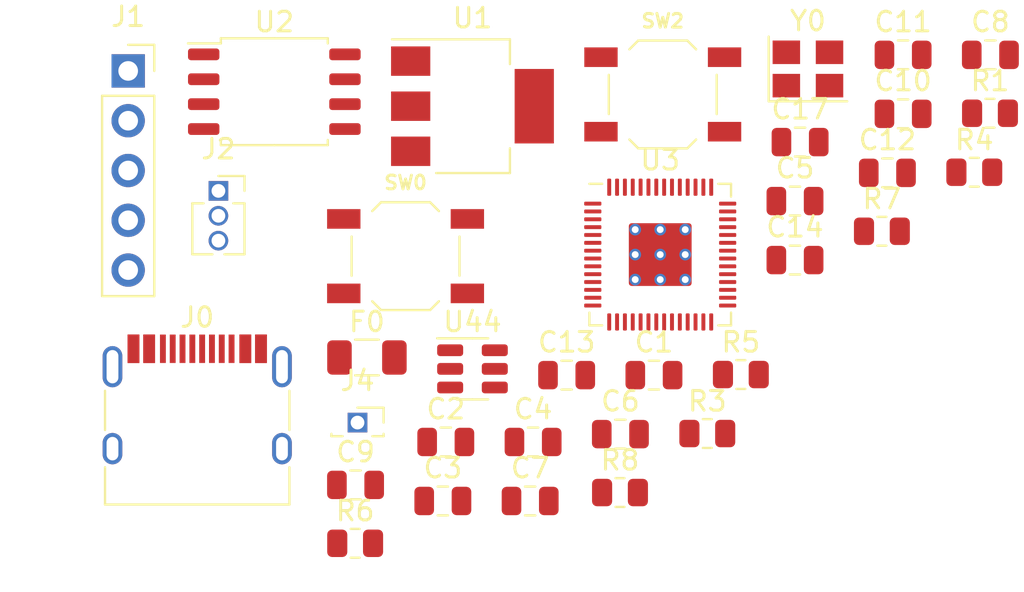
<source format=kicad_pcb>
(kicad_pcb (version 20211014) (generator pcbnew)
  (layers (0 "F.Cu" signal) (31 "B.Cu" signal) (34 "B.Paste" user) (35 "F.Paste" user) (36 "B.SilkS" user "B.Silkscreen") (37 "F.SilkS" user "F.Silkscreen") (38 "B.Mask" user) (39 "F.Mask" user) (44 "Edge.Cuts" user))
  (net 0 "")
  (net 1 "+5V")
  (net 2 "GND")
  (net 3 "/XIN")
  (net 4 "Net-(C3-Pad1)")
  (net 5 "+3V3")
  (net 6 "+1V1")
  (net 7 "VBUS")
  (net 8 "/USB_D+")
  (net 9 "Net-(J0-PadB5)")
  (net 11 "/USB_D-")
  (net 12 "Net-(J0-PadA5)")
  (net 14 "/RUN")
  (net 15 "/SWD")
  (net 16 "/SWCLK")
  (net 17 "LED_GLOW")
  (net 18 "/QSPI_SS")
  (net 19 "/~{USB_BOOT}")
  (net 20 "Net-(R3-Pad2)")
  (net 21 "Net-(R4-Pad2)")
  (net 22 "/XOUT")
  (net 23 "/QSPI_SD1")
  (net 24 "/QSPI_SD2")
  (net 25 "/QSPI_SD0")
  (net 26 "/QSPI_SCLK")
  (net 27 "/QSPI_SD3")
  (net 28 "rot_2_l")
  (net 29 "rot_2_r")
  (net 30 "rot_1_l")
  (net 31 "rot_1_r")
  (net 32 "ROW1")
  (net 33 "ROW0")
  (net 34 "ROW2")
  (net 36 "ROW3")
  (net 37 "COL14")
  (net 38 "COL13")
  (net 39 "COL12")
  (net 40 "ROW4")
  (net 41 "COL11")
  (net 42 "COL10")
  (net 43 "COL9")
  (net 44 "COL8")
  (net 45 "COL7")
  (net 46 "COL6")
  (net 47 "COL5")
  (net 48 "COL4")
  (net 49 "COL3")
  (net 50 "COL2")
  (net 51 "COL1")
  (net 52 "COL0")
  (net 53 "/GPIO26_ADC0")
  (net 54 "/GPIO27_ADC1")
  (net 55 "/GPIO28_ADC2")
  (net 56 "/GPIO29_ADC3")
  (footprint "Resistor_SMD:R_0805_2012Metric" (layer "F.Cu") (at 31.05 46.14)
    (fp_text reference "R6" (at 0 -1.65) (layer "F.SilkS"))
    (fp_text value "5.1k")
    (fp_line (start -0.227064 0.735) (end 0.227064 0.735) (layer "F.SilkS") (width 0.12))
    (fp_line (start -0.227064 -0.735) (end 0.227064 -0.735) (layer "F.SilkS") (width 0.12))
    (pad "1" smd roundrect locked (at -0.9125 0) (size 1.025 1.4) (layers "F.Cu" "F.Paste" "F.Mask") (roundrect_rratio 0.243902) (net 9 "Net-(J0-PadB5)"))
    (pad "2" smd roundrect locked (at 0.9125 0) (size 1.025 1.4) (layers "F.Cu" "F.Paste" "F.Mask") (roundrect_rratio 0.243902) (net 2 "GND"))
  )
  (footprint "Resistor_SMD:R_0805_2012Metric" (layer "F.Cu") (at 57.9 30.22)
    (fp_text reference "R7" (at 0 -1.65) (layer "F.SilkS"))
    (fp_text value "5.1k")
    (fp_line (start -0.227064 -0.735) (end 0.227064 -0.735) (layer "F.SilkS") (width 0.12))
    (fp_line (start -0.227064 0.735) (end 0.227064 0.735) (layer "F.SilkS") (width 0.12))
    (pad "1" smd roundrect locked (at -0.9125 0) (size 1.025 1.4) (layers "F.Cu" "F.Paste" "F.Mask") (roundrect_rratio 0.243902) (net 12 "Net-(J0-PadA5)"))
    (pad "2" smd roundrect locked (at 0.9125 0) (size 1.025 1.4) (layers "F.Cu" "F.Paste" "F.Mask") (roundrect_rratio 0.243902) (net 2 "GND"))
  )
  (footprint "Connector_USB:USB_C_Receptacle_HRO_TYPE-C-31-M-12" (layer "F.Cu") (at 23 40.26)
    (fp_text reference "J0" (at 0 -5.645) (layer "F.SilkS"))
    (fp_text value "USB_C_Receptacle_USB2.0")
    (fp_line (start 4.7 2) (end 4.7 3.9) (layer "F.SilkS") (width 0.12))
    (fp_line (start 4.7 -1.9) (end 4.7 0.1) (layer "F.SilkS") (width 0.12))
    (fp_line (start -4.7 3.9) (end 4.7 3.9) (layer "F.SilkS") (width 0.12))
    (fp_line (start -4.7 -1.9) (end -4.7 0.1) (layer "F.SilkS") (width 0.12))
    (fp_line (start -4.7 2) (end -4.7 3.9) (layer "F.SilkS") (width 0.12))
    (pad "" np_thru_hole circle locked (at 2.89 -2.6) (size 0.65 0.65) (drill 0.65) (layers *.Cu *.Mask))
    (pad "" np_thru_hole circle locked (at -2.89 -2.6) (size 0.65 0.65) (drill 0.65) (layers *.Cu *.Mask))
    (pad "A1" smd rect locked (at -3.25 -4.045) (size 0.6 1.45) (layers "F.Cu" "F.Paste" "F.Mask") (net 2 "GND"))
    (pad "A4" smd rect locked (at -2.45 -4.045) (size 0.6 1.45) (layers "F.Cu" "F.Paste" "F.Mask") (net 7 "VBUS"))
    (pad "A5" smd rect locked (at -1.25 -4.045) (size 0.3 1.45) (layers "F.Cu" "F.Paste" "F.Mask") (net 12 "Net-(J0-PadA5)"))
    (pad "A6" smd rect locked (at -0.25 -4.045) (size 0.3 1.45) (layers "F.Cu" "F.Paste" "F.Mask") (net 8 "/USB_D+"))
    (pad "A7" smd rect locked (at 0.25 -4.045) (size 0.3 1.45) (layers "F.Cu" "F.Paste" "F.Mask") (net 11 "/USB_D-"))
    (pad "A8" smd rect locked (at 1.25 -4.045) (size 0.3 1.45) (layers "F.Cu" "F.Paste" "F.Mask"))
    (pad "A9" smd rect locked (at 2.45 -4.045) (size 0.6 1.45) (layers "F.Cu" "F.Paste" "F.Mask") (net 7 "VBUS"))
    (pad "A12" smd rect locked (at 3.25 -4.045) (size 0.6 1.45) (layers "F.Cu" "F.Paste" "F.Mask") (net 2 "GND"))
    (pad "B1" smd rect locked (at 3.25 -4.045) (size 0.6 1.45) (layers "F.Cu" "F.Paste" "F.Mask") (net 2 "GND"))
    (pad "B4" smd rect locked (at 2.45 -4.045) (size 0.6 1.45) (layers "F.Cu" "F.Paste" "F.Mask") (net 7 "VBUS"))
    (pad "B5" smd rect locked (at 1.75 -4.045) (size 0.3 1.45) (layers "F.Cu" "F.Paste" "F.Mask") (net 9 "Net-(J0-PadB5)"))
    (pad "B6" smd rect locked (at 0.75 -4.045) (size 0.3 1.45) (layers "F.Cu" "F.Paste" "F.Mask") (net 8 "/USB_D+"))
    (pad "B7" smd rect locked (at -0.75 -4.045) (size 0.3 1.45) (layers "F.Cu" "F.Paste" "F.Mask") (net 11 "/USB_D-"))
    (pad "B8" smd rect locked (at -1.75 -4.045) (size 0.3 1.45) (layers "F.Cu" "F.Paste" "F.Mask"))
    (pad "B9" smd rect locked (at -2.45 -4.045) (size 0.6 1.45) (layers "F.Cu" "F.Paste" "F.Mask") (net 7 "VBUS"))
    (pad "B12" smd rect locked (at -3.25 -4.045) (size 0.6 1.45) (layers "F.Cu" "F.Paste" "F.Mask") (net 2 "GND"))
    (pad "S1" thru_hole oval locked (at -4.32 1.05) (size 1 1.6) (drill oval 0.6 1.2) (layers *.Cu *.Mask) (net 2 "GND"))
    (pad "S1" thru_hole oval locked (at -4.32 -3.13) (size 1 2.1) (drill oval 0.6 1.7) (layers *.Cu *.Mask) (net 2 "GND"))
    (pad "S1" thru_hole oval locked (at 4.32 1.05) (size 1 1.6) (drill oval 0.6 1.2) (layers *.Cu *.Mask) (net 2 "GND"))
    (pad "S1" thru_hole oval locked (at 4.32 -3.13) (size 1 2.1) (drill oval 0.6 1.7) (layers *.Cu *.Mask) (net 2 "GND"))
  )
  (footprint "Package_TO_SOT_SMD:SOT-223-3_TabPin2" (layer "F.Cu") (at 37.03 23.84)
    (fp_text reference "U1" (at 0 -4.5) (layer "F.SilkS"))
    (fp_text value "NCP1117-3.3_SOT223")
    (fp_line (start -1.85 3.41) (end 1.91 3.41) (layer "F.SilkS") (width 0.12))
    (fp_line (start -4.1 -3.41) (end 1.91 -3.41) (layer "F.SilkS") (width 0.12))
    (fp_line (start 1.91 -3.41) (end 1.91 -2.15) (layer "F.SilkS") (width 0.12))
    (fp_line (start 1.91 3.41) (end 1.91 2.15) (layer "F.SilkS") (width 0.12))
    (pad "1" smd rect locked (at -3.15 -2.3) (size 2 1.5) (layers "F.Cu" "F.Paste" "F.Mask") (net 2 "GND"))
    (pad "2" smd rect locked (at 3.15 0) (size 2 3.8) (layers "F.Cu" "F.Paste" "F.Mask") (net 5 "+3V3"))
    (pad "2" smd rect locked (at -3.15 0) (size 2 1.5) (layers "F.Cu" "F.Paste" "F.Mask") (net 5 "+3V3"))
    (pad "3" smd rect locked (at -3.15 2.3) (size 2 1.5) (layers "F.Cu" "F.Paste" "F.Mask") (net 1 "+5V"))
  )
  (footprint "Capacitor_SMD:C_0805_2012Metric" (layer "F.Cu") (at 40.12 40.97)
    (fp_text reference "C4" (at 0 -1.68) (layer "F.SilkS"))
    (fp_text value "10u")
    (fp_line (start -0.261252 0.735) (end 0.261252 0.735) (layer "F.SilkS") (width 0.12))
    (fp_line (start -0.261252 -0.735) (end 0.261252 -0.735) (layer "F.SilkS") (width 0.12))
    (pad "1" smd roundrect locked (at -0.95 0) (size 1 1.45) (layers "F.Cu" "F.Paste" "F.Mask") (net 5 "+3V3"))
    (pad "2" smd roundrect locked (at 0.95 0) (size 1 1.45) (layers "F.Cu" "F.Paste" "F.Mask") (net 2 "GND"))
  )
  (footprint "Crystal:Crystal_SMD_3225-4Pin_3.2x2.5mm" (layer "F.Cu") (at 54.13 21.94)
    (fp_text reference "Y0" (at 0 -2.45) (layer "F.SilkS"))
    (fp_text value "12MHZ Crystal ")
    (fp_line (start -2 1.65) (end 2 1.65) (layer "F.SilkS") (width 0.12))
    (fp_line (start -2 -1.65) (end -2 1.65) (layer "F.SilkS") (width 0.12))
    (pad "1" smd rect locked (at -1.1 0.85) (size 1.4 1.2) (layers "F.Cu" "F.Paste" "F.Mask") (net 4 "Net-(C3-Pad1)"))
    (pad "2" smd rect locked (at 1.1 0.85) (size 1.4 1.2) (layers "F.Cu" "F.Paste" "F.Mask") (net 2 "GND"))
    (pad "3" smd rect locked (at 1.1 -0.85) (size 1.4 1.2) (layers "F.Cu" "F.Paste" "F.Mask") (net 3 "/XIN"))
    (pad "4" smd rect locked (at -1.1 -0.85) (size 1.4 1.2) (layers "F.Cu" "F.Paste" "F.Mask") (net 2 "GND"))
  )
  (footprint "Capacitor_SMD:C_0805_2012Metric" (layer "F.Cu") (at 46.28 37.56)
    (fp_text reference "C1" (at 0 -1.68) (layer "F.SilkS"))
    (fp_text value "10u")
    (fp_line (start -0.261252 -0.735) (end 0.261252 -0.735) (layer "F.SilkS") (width 0.12))
    (fp_line (start -0.261252 0.735) (end 0.261252 0.735) (layer "F.SilkS") (width 0.12))
    (pad "1" smd roundrect locked (at -0.95 0) (size 1 1.45) (layers "F.Cu" "F.Paste" "F.Mask") (net 1 "+5V"))
    (pad "2" smd roundrect locked (at 0.95 0) (size 1 1.45) (layers "F.Cu" "F.Paste" "F.Mask") (net 2 "GND"))
  )
  (footprint "Capacitor_SMD:C_0805_2012Metric" (layer "F.Cu") (at 44.57 40.57)
    (fp_text reference "C6" (at 0 -1.68) (layer "F.SilkS"))
    (fp_text value "100n")
    (fp_line (start -0.261252 -0.735) (end 0.261252 -0.735) (layer "F.SilkS") (width 0.12))
    (fp_line (start -0.261252 0.735) (end 0.261252 0.735) (layer "F.SilkS") (width 0.12))
    (pad "1" smd roundrect locked (at -0.95 0) (size 1 1.45) (layers "F.Cu" "F.Paste" "F.Mask") (net 6 "+1V1"))
    (pad "2" smd roundrect locked (at 0.95 0) (size 1 1.45) (layers "F.Cu" "F.Paste" "F.Mask") (net 2 "GND"))
  )
  (footprint "Capacitor_SMD:C_0805_2012Metric" (layer "F.Cu") (at 58.18 27.24)
    (fp_text reference "C12" (at 0 -1.68) (layer "F.SilkS"))
    (fp_text value "100n")
    (fp_line (start -0.261252 -0.735) (end 0.261252 -0.735) (layer "F.SilkS") (width 0.12))
    (fp_line (start -0.261252 0.735) (end 0.261252 0.735) (layer "F.SilkS") (width 0.12))
    (pad "1" smd roundrect locked (at -0.95 0) (size 1 1.45) (layers "F.Cu" "F.Paste" "F.Mask") (net 5 "+3V3"))
    (pad "2" smd roundrect locked (at 0.95 0) (size 1 1.45) (layers "F.Cu" "F.Paste" "F.Mask") (net 2 "GND"))
  )
  (footprint "Keebio-Parts:SW_SPST_TL3342" (layer "F.Cu") (at 46.73 23.24)
    (fp_text reference "SW2" (at 0 -3.75) (layer "F.SilkS") (effects (font (size 0.7 0.7))))
    (fp_text value "RESET")
    (fp_line (start 1.7 2.3) (end 1.25 2.75) (layer "F.SilkS") (width 0.12))
    (fp_line (start 1.7 -2.3) (end 1.25 -2.75) (layer "F.SilkS") (width 0.12))
    (fp_line (start -1.7 -2.3) (end -1.25 -2.75) (layer "F.SilkS") (width 0.12))
    (fp_line (start -2.75 -1) (end -2.75 1) (layer "F.SilkS") (width 0.12))
    (fp_line (start -1.7 2.3) (end -1.25 2.75) (layer "F.SilkS") (width 0.12))
    (fp_line (start -1.25 2.75) (end 1.25 2.75) (layer "F.SilkS") (width 0.12))
    (fp_line (start -1.25 -2.75) (end 1.25 -2.75) (layer "F.SilkS") (width 0.12))
    (fp_line (start 2.75 -1) (end 2.75 1) (layer "F.SilkS") (width 0.12))
    (pad "1" smd rect locked (at -3.15 -1.9) (size 1.7 1) (layers "F.Cu" "F.Paste" "F.Mask") (net 2 "GND"))
    (pad "1" smd rect locked (at 3.15 -1.9) (size 1.7 1) (layers "F.Cu" "F.Paste" "F.Mask") (net 2 "GND"))
    (pad "2" smd rect locked (at -3.15 1.9) (size 1.7 1) (layers "F.Cu" "F.Paste" "F.Mask") (net 14 "/RUN"))
    (pad "2" smd rect locked (at 3.15 1.9) (size 1.7 1) (layers "F.Cu" "F.Paste" "F.Mask") (net 14 "/RUN"))
  )
  (footprint "Resistor_SMD:R_0805_2012Metric" (layer "F.Cu") (at 62.61 27.21)
    (fp_text reference "R4" (at 0 -1.65) (layer "F.SilkS"))
    (fp_text value "27")
    (fp_line (start -0.227064 -0.735) (end 0.227064 -0.735) (layer "F.SilkS") (width 0.12))
    (fp_line (start -0.227064 0.735) (end 0.227064 0.735) (layer "F.SilkS") (width 0.12))
    (pad "1" smd roundrect locked (at -0.9125 0) (size 1.025 1.4) (layers "F.Cu" "F.Paste" "F.Mask") (roundrect_rratio 0.243902) (net 11 "/USB_D-"))
    (pad "2" smd roundrect locked (at 0.9125 0) (size 1.025 1.4) (layers "F.Cu" "F.Paste" "F.Mask") (roundrect_rratio 0.243902) (net 21 "Net-(R4-Pad2)"))
  )
  (footprint "Capacitor_SMD:C_0805_2012Metric" (layer "F.Cu") (at 53.47 28.68)
    (fp_text reference "C5" (at 0 -1.68) (layer "F.SilkS"))
    (fp_text value "100n")
    (fp_line (start -0.261252 0.735) (end 0.261252 0.735) (layer "F.SilkS") (width 0.12))
    (fp_line (start -0.261252 -0.735) (end 0.261252 -0.735) (layer "F.SilkS") (width 0.12))
    (pad "1" smd roundrect locked (at -0.95 0) (size 1 1.45) (layers "F.Cu" "F.Paste" "F.Mask") (net 5 "+3V3"))
    (pad "2" smd roundrect locked (at 0.95 0) (size 1 1.45) (layers "F.Cu" "F.Paste" "F.Mask") (net 2 "GND"))
  )
  (footprint "Resistor_SMD:R_0805_2012Metric" (layer "F.Cu") (at 44.55 43.55)
    (fp_text reference "R8" (at 0 -1.65) (layer "F.SilkS"))
    (fp_text value "10k")
    (fp_line (start -0.227064 0.735) (end 0.227064 0.735) (layer "F.SilkS") (width 0.12))
    (fp_line (start -0.227064 -0.735) (end 0.227064 -0.735) (layer "F.SilkS") (width 0.12))
    (pad "1" smd roundrect locked (at -0.9125 0) (size 1.025 1.4) (layers "F.Cu" "F.Paste" "F.Mask") (roundrect_rratio 0.243902) (net 14 "/RUN"))
    (pad "2" smd roundrect locked (at 0.9125 0) (size 1.025 1.4) (layers "F.Cu" "F.Paste" "F.Mask") (roundrect_rratio 0.243902) (net 5 "+3V3"))
  )
  (footprint "Keebio-Parts:SW_SPST_TL3342" (layer "F.Cu") (at 33.62 31.49)
    (fp_text reference "SW0" (at 0 -3.75) (layer "F.SilkS") (effects (font (size 0.7 0.7))))
    (fp_text value "RESET ")
    (fp_line (start -1.7 2.3) (end -1.25 2.75) (layer "F.SilkS") (width 0.12))
    (fp_line (start -1.25 -2.75) (end 1.25 -2.75) (layer "F.SilkS") (width 0.12))
    (fp_line (start 1.7 -2.3) (end 1.25 -2.75) (layer "F.SilkS") (width 0.12))
    (fp_line (start -1.7 -2.3) (end -1.25 -2.75) (layer "F.SilkS") (width 0.12))
    (fp_line (start 2.75 -1) (end 2.75 1) (layer "F.SilkS") (width 0.12))
    (fp_line (start 1.7 2.3) (end 1.25 2.75) (layer "F.SilkS") (width 0.12))
    (fp_line (start -1.25 2.75) (end 1.25 2.75) (layer "F.SilkS") (width 0.12))
    (fp_line (start -2.75 -1) (end -2.75 1) (layer "F.SilkS") (width 0.12))
    (pad "1" smd rect locked (at 3.15 -1.9) (size 1.7 1) (layers "F.Cu" "F.Paste" "F.Mask") (net 2 "GND"))
    (pad "1" smd rect locked (at -3.15 -1.9) (size 1.7 1) (layers "F.Cu" "F.Paste" "F.Mask") (net 2 "GND"))
    (pad "2" smd rect locked (at 3.15 1.9) (size 1.7 1) (layers "F.Cu" "F.Paste" "F.Mask") (net 19 "/~{USB_BOOT}"))
    (pad "2" smd rect locked (at -3.15 1.9) (size 1.7 1) (layers "F.Cu" "F.Paste" "F.Mask") (net 19 "/~{USB_BOOT}"))
  )
  (footprint "Capacitor_SMD:C_0805_2012Metric" (layer "F.Cu") (at 35.52 43.98)
    (fp_text reference "C3" (at 0 -1.68) (layer "F.SilkS"))
    (fp_text value "22pf")
    (fp_line (start -0.261252 0.735) (end 0.261252 0.735) (layer "F.SilkS") (width 0.12))
    (fp_line (start -0.261252 -0.735) (end 0.261252 -0.735) (layer "F.SilkS") (width 0.12))
    (pad "1" smd roundrect locked (at -0.95 0) (size 1 1.45) (layers "F.Cu" "F.Paste" "F.Mask") (net 4 "Net-(C3-Pad1)"))
    (pad "2" smd roundrect locked (at 0.95 0) (size 1 1.45) (layers "F.Cu" "F.Paste" "F.Mask") (net 2 "GND"))
  )
  (footprint "Capacitor_SMD:C_0805_2012Metric" (layer "F.Cu") (at 53.73 25.67)
    (fp_text reference "C17" (at 0 -1.68) (layer "F.SilkS"))
    (fp_text value "10u")
    (fp_line (start -0.261252 0.735) (end 0.261252 0.735) (layer "F.SilkS") (width 0.12))
    (fp_line (start -0.261252 -0.735) (end 0.261252 -0.735) (layer "F.SilkS") (width 0.12))
    (pad "1" smd roundrect locked (at -0.95 0) (size 1 1.45) (layers "F.Cu" "F.Paste" "F.Mask") (net 5 "+3V3"))
    (pad "2" smd roundrect locked (at 0.95 0) (size 1 1.45) (layers "F.Cu" "F.Paste" "F.Mask") (net 2 "GND"))
  )
  (footprint "Capacitor_SMD:C_0805_2012Metric" (layer "F.Cu") (at 39.97 43.98)
    (fp_text reference "C7" (at 0 -1.68) (layer "F.SilkS"))
    (fp_text value "100n")
    (fp_line (start -0.261252 0.735) (end 0.261252 0.735) (layer "F.SilkS") (width 0.12))
    (fp_line (start -0.261252 -0.735) (end 0.261252 -0.735) (layer "F.SilkS") (width 0.12))
    (pad "1" smd roundrect locked (at -0.95 0) (size 1 1.45) (layers "F.Cu" "F.Paste" "F.Mask") (net 6 "+1V1"))
    (pad "2" smd roundrect locked (at 0.95 0) (size 1 1.45) (layers "F.Cu" "F.Paste" "F.Mask") (net 2 "GND"))
  )
  (footprint "Capacitor_SMD:C_0805_2012Metric" (layer "F.Cu") (at 63.43 21.22)
    (fp_text reference "C8" (at 0 -1.68) (layer "F.SilkS"))
    (fp_text value "1u")
    (fp_line (start -0.261252 -0.735) (end 0.261252 -0.735) (layer "F.SilkS") (width 0.12))
    (fp_line (start -0.261252 0.735) (end 0.261252 0.735) (layer "F.SilkS") (width 0.12))
    (pad "1" smd roundrect locked (at -0.95 0) (size 1 1.45) (layers "F.Cu" "F.Paste" "F.Mask") (net 6 "+1V1"))
    (pad "2" smd roundrect locked (at 0.95 0) (size 1 1.45) (layers "F.Cu" "F.Paste" "F.Mask") (net 2 "GND"))
  )
  (footprint "Capacitor_SMD:C_0805_2012Metric" (layer "F.Cu") (at 41.83 37.56)
    (fp_text reference "C13" (at 0 -1.68) (layer "F.SilkS"))
    (fp_text value "100n")
    (fp_line (start -0.261252 0.735) (end 0.261252 0.735) (layer "F.SilkS") (width 0.12))
    (fp_line (start -0.261252 -0.735) (end 0.261252 -0.735) (layer "F.SilkS") (width 0.12))
    (pad "1" smd roundrect locked (at -0.95 0) (size 1 1.45) (layers "F.Cu" "F.Paste" "F.Mask") (net 5 "+3V3"))
    (pad "2" smd roundrect locked (at 0.95 0) (size 1 1.45) (layers "F.Cu" "F.Paste" "F.Mask") (net 2 "GND"))
  )
  (footprint "Resistor_SMD:R_0805_2012Metric" (layer "F.Cu") (at 49 40.54)
    (fp_text reference "R3" (at 0 -1.65) (layer "F.SilkS"))
    (fp_text value "27")
    (fp_line (start -0.227064 0.735) (end 0.227064 0.735) (layer "F.SilkS") (width 0.12))
    (fp_line (start -0.227064 -0.735) (end 0.227064 -0.735) (layer "F.SilkS") (width 0.12))
    (pad "1" smd roundrect locked (at -0.9125 0) (size 1.025 1.4) (layers "F.Cu" "F.Paste" "F.Mask") (roundrect_rratio 0.243902) (net 8 "/USB_D+"))
    (pad "2" smd roundrect locked (at 0.9125 0) (size 1.025 1.4) (layers "F.Cu" "F.Paste" "F.Mask") (roundrect_rratio 0.243902) (net 20 "Net-(R3-Pad2)"))
  )
  (footprint "Package_SO:SOIC-8_5.23x5.23mm_P1.27mm" (layer "F.Cu") (at 26.93 23.1)
    (fp_text reference "U2" (at 0 -3.56) (layer "F.SilkS"))
    (fp_text value "W25Q128JVS")
    (fp_line (start 0 -2.725) (end -2.725 -2.725) (layer "F.SilkS") (width 0.12))
    (fp_line (start 0 2.725) (end 2.725 2.725) (layer "F.SilkS") (width 0.12))
    (fp_line (start 2.725 2.725) (end 2.725 2.465) (layer "F.SilkS") (width 0.12))
    (fp_line (start 0 -2.725) (end 2.725 -2.725) (layer "F.SilkS") (width 0.12))
    (fp_line (start -2.725 2.725) (end -2.725 2.465) (layer "F.SilkS") (width 0.12))
    (fp_line (start 2.725 -2.725) (end 2.725 -2.465) (layer "F.SilkS") (width 0.12))
    (fp_line (start -2.725 -2.465) (end -4.4 -2.465) (layer "F.SilkS") (width 0.12))
    (fp_line (start -2.725 -2.725) (end -2.725 -2.465) (layer "F.SilkS") (width 0.12))
    (fp_line (start 0 2.725) (end -2.725 2.725) (layer "F.SilkS") (width 0.12))
    (pad "1" smd roundrect locked (at -3.6 -1.905) (size 1.6 0.6) (layers "F.Cu" "F.Paste" "F.Mask") (net 18 "/QSPI_SS"))
    (pad "2" smd roundrect locked (at -3.6 -0.635) (size 1.6 0.6) (layers "F.Cu" "F.Paste" "F.Mask") (net 23 "/QSPI_SD1"))
    (pad "3" smd roundrect locked (at -3.6 0.635) (size 1.6 0.6) (layers "F.Cu" "F.Paste" "F.Mask") (net 24 "/QSPI_SD2"))
    (pad "4" smd roundrect locked (at -3.6 1.905) (size 1.6 0.6) (layers "F.Cu" "F.Paste" "F.Mask") (net 2 "GND"))
    (pad "5" smd roundrect locked (at 3.6 1.905) (size 1.6 0.6) (layers "F.Cu" "F.Paste" "F.Mask") (net 25 "/QSPI_SD0"))
    (pad "6" smd roundrect locked (at 3.6 0.635) (size 1.6 0.6) (layers "F.Cu" "F.Paste" "F.Mask") (net 26 "/QSPI_SCLK"))
    (pad "7" smd roundrect locked (at 3.6 -0.635) (size 1.6 0.6) (layers "F.Cu" "F.Paste" "F.Mask") (net 27 "/QSPI_SD3"))
    (pad "8" smd roundrect locked (at 3.6 -1.905) (size 1.6 0.6) (layers "F.Cu" "F.Paste" "F.Mask") (net 5 "+3V3"))
  )
  (footprint "Package_TO_SOT_SMD:SOT-23-6" (layer "F.Cu") (at 37.03 37.24)
    (fp_text reference "U44" (at 0 -2.4) (layer "F.SilkS"))
    (fp_text value "SRV05-4")
    (fp_line (start 0 -1.56) (end -1.8 -1.56) (layer "F.SilkS") (width 0.12))
    (fp_line (start 0 1.56) (end -0.8 1.56) (layer "F.SilkS") (width 0.12))
    (fp_line (start 0 -1.56) (end 0.8 -1.56) (layer "F.SilkS") (width 0.12))
    (fp_line (start 0 1.56) (end 0.8 1.56) (layer "F.SilkS") (width 0.12))
    (pad "1" smd roundrect locked (at -1.1375 -0.95) (size 1.325 0.6) (layers "F.Cu" "F.Paste" "F.Mask"))
    (pad "2" smd roundrect locked (at -1.1375 0) (size 1.325 0.6) (layers "F.Cu" "F.Paste" "F.Mask") (net 2 "GND"))
    (pad "3" smd roundrect locked (at -1.1375 0.95) (size 1.325 0.6) (layers "F.Cu" "F.Paste" "F.Mask") (net 8 "/USB_D+"))
    (pad "4" smd roundrect locked (at 1.1375 0.95) (size 1.325 0.6) (layers "F.Cu" "F.Paste" "F.Mask"))
    (pad "5" smd roundrect locked (at 1.1375 0) (size 1.325 0.6) (layers "F.Cu" "F.Paste" "F.Mask") (net 1 "+5V"))
    (pad "6" smd roundrect locked (at 1.1375 -0.95) (size 1.325 0.6) (layers "F.Cu" "F.Paste" "F.Mask") (net 11 "/USB_D-"))
  )
  (footprint "Capacitor_SMD:C_0805_2012Metric" (layer "F.Cu") (at 31.07 43.16)
    (fp_text reference "C9" (at 0 -1.68) (layer "F.SilkS"))
    (fp_text value "100n")
    (fp_line (start -0.261252 -0.735) (end 0.261252 -0.735) (layer "F.SilkS") (width 0.12))
    (fp_line (start -0.261252 0.735) (end 0.261252 0.735) (layer "F.SilkS") (width 0.12))
    (pad "1" smd roundrect locked (at -0.95 0) (size 1 1.45) (layers "F.Cu" "F.Paste" "F.Mask") (net 5 "+3V3"))
    (pad "2" smd roundrect locked (at 0.95 0) (size 1 1.45) (layers "F.Cu" "F.Paste" "F.Mask") (net 2 "GND"))
  )
  (footprint "Resistor_SMD:R_0805_2012Metric" (layer "F.Cu") (at 63.41 24.2)
    (fp_text reference "R1" (at 0 -1.65) (layer "F.SilkS"))
    (fp_text value "1k")
    (fp_line (start -0.227064 0.735) (end 0.227064 0.735) (layer "F.SilkS") (width 0.12))
    (fp_line (start -0.227064 -0.735) (end 0.227064 -0.735) (layer "F.SilkS") (width 0.12))
    (pad "1" smd roundrect locked (at -0.9125 0) (size 1.025 1.4) (layers "F.Cu" "F.Paste" "F.Mask") (roundrect_rratio 0.243902) (net 18 "/QSPI_SS"))
    (pad "2" smd roundrect locked (at 0.9125 0) (size 1.025 1.4) (layers "F.Cu" "F.Paste" "F.Mask") (roundrect_rratio 0.243902) (net 19 "/~{USB_BOOT}"))
  )
  (footprint "RP2040:RP2040-QFN-56" (layer "F.Cu") (at 46.6 31.41)
    (fp_text reference "U3" (at 0 -4.82) (layer "F.SilkS"))
    (fp_text value "RP2040")
    (fp_line (start -2.96 3.61) (end -3.61 3.61) (layer "F.SilkS") (width 0.12))
    (fp_line (start 3.61 3.61) (end 3.61 2.96) (layer "F.SilkS") (width 0.12))
    (fp_line (start -2.96 -3.61) (end -3.61 -3.61) (layer "F.SilkS") (width 0.12))
    (fp_line (start 2.96 -3.61) (end 3.61 -3.61) (layer "F.SilkS") (width 0.12))
    (fp_line (start 2.96 3.61) (end 3.61 3.61) (layer "F.SilkS") (width 0.12))
    (fp_line (start 3.61 -3.61) (end 3.61 -2.96) (layer "F.SilkS") (width 0.12))
    (fp_line (start -3.61 3.61) (end -3.61 2.96) (layer "F.SilkS") (width 0.12))
    (pad "1" smd roundrect locked (at -3.4375 -2.6) (size 0.875 0.2) (layers "F.Cu" "F.Paste" "F.Mask") (net 5 "+3V3"))
    (pad "2" smd roundrect locked (at -3.4375 -2.2) (size 0.875 0.2) (layers "F.Cu" "F.Paste" "F.Mask") (net 28 "rot_2_l"))
    (pad "3" smd roundrect locked (at -3.4375 -1.8) (size 0.875 0.2) (layers "F.Cu" "F.Paste" "F.Mask") (net 29 "rot_2_r"))
    (pad "4" smd roundrect locked (at -3.4375 -1.4) (size 0.875 0.2) (layers "F.Cu" "F.Paste" "F.Mask") (net 30 "rot_1_l"))
    (pad "5" smd roundrect locked (at -3.4375 -1) (size 0.875 0.2) (layers "F.Cu" "F.Paste" "F.Mask") (net 31 "rot_1_r"))
    (pad "6" smd roundrect locked (at -3.4375 -0.6) (size 0.875 0.2) (layers "F.Cu" "F.Paste" "F.Mask") (net 32 "ROW1"))
    (pad "7" smd roundrect locked (at -3.4375 -0.2) (size 0.875 0.2) (layers "F.Cu" "F.Paste" "F.Mask") (net 33 "ROW0"))
    (pad "8" smd roundrect locked (at -3.4375 0.2) (size 0.875 0.2) (layers "F.Cu" "F.Paste" "F.Mask") (net 17 "LED_GLOW"))
    (pad "9" smd roundrect locked (at -3.4375 0.6) (size 0.875 0.2) (layers "F.Cu" "F.Paste" "F.Mask") (net 34 "ROW2"))
    (pad "10" smd roundrect locked (at -3.4375 1) (size 0.875 0.2) (layers "F.Cu" "F.Paste" "F.Mask") (net 5 "+3V3"))
    (pad "11" smd roundrect locked (at -3.4375 1.4) (size 0.875 0.2) (layers "F.Cu" "F.Paste" "F.Mask"))
    (pad "12" smd roundrect locked (at -3.4375 1.8) (size 0.875 0.2) (layers "F.Cu" "F.Paste" "F.Mask") (net 36 "ROW3"))
    (pad "13" smd roundrect locked (at -3.4375 2.2) (size 0.875 0.2) (layers "F.Cu" "F.Paste" "F.Mask") (net 37 "COL14"))
    (pad "14" smd roundrect locked (at -3.4375 2.6) (size 0.875 0.2) (layers "F.Cu" "F.Paste" "F.Mask") (net 38 "COL13"))
    (pad "15" smd roundrect locked (at -2.6 3.4375) (size 0.2 0.875) (layers "F.Cu" "F.Paste" "F.Mask") (net 39 "COL12"))
    (pad "16" smd roundrect locked (at -2.2 3.4375) (size 0.2 0.875) (layers "F.Cu" "F.Paste" "F.Mask") (net 40 "ROW4"))
    (pad "17" smd roundrect locked (at -1.8 3.4375) (size 0.2 0.875) (layers "F.Cu" "F.Paste" "F.Mask") (net 41 "COL11"))
    (pad "18" smd roundrect locked (at -1.4 3.4375) (size 0.2 0.875) (layers "F.Cu" "F.Paste" "F.Mask") (net 42 "COL10"))
    (pad "19" smd roundrect locked (at -1 3.4375) (size 0.2 0.875) (layers "F.Cu" "F.Paste" "F.Mask") (net 2 "GND"))
    (pad "20" smd roundrect locked (at -0.6 3.4375) (size 0.2 0.875) (layers "F.Cu" "F.Paste" "F.Mask") (net 3 "/XIN"))
    (pad "21" smd roundrect locked (at -0.2 3.4375) (size 0.2 0.875) (layers "F.Cu" "F.Paste" "F.Mask") (net 22 "/XOUT"))
    (pad "22" smd roundrect locked (at 0.2 3.4375) (size 0.2 0.875) (layers "F.Cu" "F.Paste" "F.Mask") (net 5 "+3V3"))
    (pad "23" smd roundrect locked (at 0.6 3.4375) (size 0.2 0.875) (layers "F.Cu" "F.Paste" "F.Mask") (net 6 "+1V1"))
    (pad "24" smd roundrect locked (at 1 3.4375) (size 0.2 0.875) (layers "F.Cu" "F.Paste" "F.Mask") (net 16 "/SWCLK"))
    (pad "25" smd roundrect locked (at 1.4 3.4375) (size 0.2 0.875) (layers "F.Cu" "F.Paste" "F.Mask") (net 15 "/SWD"))
    (pad "26" smd roundrect locked (at 1.8 3.4375) (size 0.2 0.875) (layers "F.Cu" "F.Paste" "F.Mask") (net 14 "/RUN"))
    (pad "27" smd roundrect locked (at 2.2 3.4375) (size 0.2 0.875) (layers "F.Cu" "F.Paste" "F.Mask") (net 43 "COL9"))
    (pad "28" smd roundrect locked (at 2.6 3.4375) (size 0.2 0.875) (layers "F.Cu" "F.Paste" "F.Mask") (net 44 "COL8"))
    (pad "29" smd roundrect locked (at 3.4375 2.6) (size 0.875 0.2) (layers "F.Cu" "F.Paste" "F.Mask") (net 45 "COL7"))
    (pad "30" smd roundrect locked (at 3.4375 2.2) (size 0.875 0.2) (layers "F.Cu" "F.Paste" "F.Mask") (net 46 "COL6"))
    (pad "31" smd roundrect locked (at 3.4375 1.8) (size 0.875 0.2) (layers "F.Cu" "F.Paste" "F.Mask") (net 47 "COL5"))
    (pad "32" smd roundrect locked (at 3.4375 1.4) (size 0.875 0.2) (layers "F.Cu" "F.Paste" "F.Mask") (net 48 "COL4"))
    (pad "33" smd roundrect locked (at 3.4375 1) (size 0.875 0.2) (layers "F.Cu" "F.Paste" "F.Mask") (net 5 "+3V3"))
    (pad "34" smd roundrect locked (at 3.4375 0.6) (size 0.875 0.2) (layers "F.Cu" "F.Paste" "F.Mask") (net 49 "COL3"))
    (pad "35" smd roundrect locked (at 3.4375 0.2) (size 0.875 0.2) (layers "F.Cu" "F.Paste" "F.Mask") (net 50 "COL2"))
    (pad "36" smd roundrect locked (at 3.4375 -0.2) (size 0.875 0.2) (layers "F.Cu" "F.Paste" "F.Mask") (net 51 "COL1"))
    (pad "37" smd roundrect locked (at 3.4375 -0.6) (size 0.875 0.2) (layers "F.Cu" "F.Paste" "F.Mask") (net 52 "COL0"))
    (pad "38" smd roundrect locked (at 3.4375 -1) (size 0.875 0.2) (layers "F.Cu" "F.Paste" "F.Mask") (net 53 "/GPIO26_ADC0"))
    (pad "39" smd roundrect locked (at 3.4375 -1.4) (size 0.875 0.2) (layers "F.Cu" "F.Paste" "F.Mask") (net 54 "/GPIO27_ADC1"))
    (pad "40" smd roundrect locked (at 3.4375 -1.8) (size 0.875 0.2) (layers "F.Cu" "F.Paste" "F.Mask") (net 55 "/GPIO28_ADC2"))
    (pad "41" smd roundrect locked (at 3.4375 -2.2) (size 0.875 0.2) (layers "F.Cu" "F.Paste" "F.Mask") (net 56 "/GPIO29_ADC3"))
    (pad "42" smd roundrect locked (at 3.4375 -2.6) (size 0.875 0.2) (layers "F.Cu" "F.Paste" "F.Mask") (net 5 "+3V3"))
    (pad "43" smd roundrect locked (at 2.6 -3.4375) (size 0.2 0.875) (layers "F.Cu" "F.Paste" "F.Mask") (net 5 "+3V3"))
    (pad "44" smd roundrect locked (at 2.2 -3.4375) (size 0.2 0.875) (layers "F.Cu" "F.Paste" "F.Mask") (net 5 "+3V3"))
    (pad "45" smd roundrect locked (at 1.8 -3.4375) (size 0.2 0.875) (layers "F.Cu" "F.Paste" "F.Mask") (net 6 "+1V1"))
    (pad "46" smd roundrect locked (at 1.4 -3.4375) (size 0.2 0.875) (layers "F.Cu" "F.Paste" "F.Mask") (net 21 "Net-(R4-Pad2)"))
    (pad "47" smd roundrect locked (at 1 -3.4375) (size 0.2 0.875) (layers "F.Cu" "F.Paste" "F.Mask") (net 20 "Net-(R3-Pad2)"))
    (pad "48" smd roundrect locked (at 0.6 -3.4375) (size 0.2 0.875) (layers "F.Cu" "F.Paste" "F.Mask") (net 5 "+3V3"))
    (pad "49" smd roundrect locked (at 0.2 -3.4375) (size 0.2 0.875) (layers "F.Cu" "F.Paste" "F.Mask") (net 5 "+3V3"))
    (pad "50" smd roundrect locked (at -0.2 -3.4375) (size 0.2 0.875) (layers "F.Cu" "F.Paste" "F.Mask") (net 6 "+1V1"))
    (pad "51" smd roundrect locked (at -0.6 -3.4375) (size 0.2 0.875) (layers "F.Cu" "F.Paste" "F.Mask") (net 27 "/QSPI_SD3"))
    (pad "52" smd roundrect locked (at -1 -3.4375) (size 0.2 0.875) (layers "F.Cu" "F.Paste" "F.Mask") (net 26 "/QSPI_SCLK"))
    (pad "53" smd roundrect locked (at -1.4 -3.4375) (size 0.2 0.875) (layers "F.Cu" "F.Paste" "F.Mask") (net 25 "/QSPI_SD0"))
    (pad "54" smd roundrect locked (at -1.8 -3.4375) (size 0.2 0.875) (layers "F.Cu" "F.Paste" "F.Mask") (net 24 "/QSPI_SD2"))
    (pad "55" smd roundrect locked (at -2.2 -3.4375) (size 0.2 0.875) (layers "F.Cu" "F.Paste" "F.Mask") (net 23 "/QSPI_SD1"))
    (pad "56" smd roundrect locked (at -2.6 -3.4375) (size 0.2 0.875) (layers "F.Cu" "F.Paste" "F.Mask") (net 18 "/QSPI_SS"))
    (pad "57" thru_hole circle locked (at 1.275 -1.275) (size 0.6 0.6) (drill 0.35) (layers *.Cu) (net 2 "GND"))
    (pad "57" smd roundrect locked (at 0 0) (size 3.2 3.2) (layers "F.Cu" "F.Mask") (roundrect_rratio 0.045) (net 2 "GND"))
    (pad "57" thru_hole circle locked (at 1.275 1.275) (size 0.6 0.6) (drill 0.35) (layers *.Cu) (net 2 "GND"))
    (pad "57" thru_hole circle locked (at -1.275 0) (size 0.6 0.6) (drill 0.35) (layers *.Cu) (net 2 "GND"))
    (pad "57" thru_hole circle locked (at 0 0) (size 0.6 0.6) (drill 0.35) (layers *.Cu) (net 2 "GND"))
    (pad "57" thru_hole circle locked (at 0 -1.275) (size 0.6 0.6) (drill 0.35) (layers *.Cu) (net 2 "GND"))
    (pad "57" thru_hole circle locked (at -1.275 -1.275) (size 0.6 0.6) (drill 0.35) (layers *.Cu) (net 2 "GND"))
    (pad "57" thru_hole circle locked (at -1.275 1.275) (size 0.6 0.6) (drill 0.35) (layers *.Cu) (net 2 "GND"))
    (pad "57" thru_hole circle locked (at 1.275 0) (size 0.6 0.6) (drill 0.35) (layers *.Cu) (net 2 "GND"))
    (pad "57" thru_hole circle locked (at 0 1.275) (size 0.6 0.6) (drill 0.35) (layers *.Cu) (net 2 "GND"))
  )
  (footprint "Fuse:Fuse_1206_3216Metric" (layer "F.Cu") (at 31.65 36.66)
    (fp_text reference "F0" (at 0 -1.82) (layer "F.SilkS"))
    (fp_text value "polyfuse")
    (fp_line (start -0.602064 0.91) (end 0.602064 0.91) (layer "F.SilkS") (width 0.12))
    (fp_line (start -0.602064 -0.91) (end 0.602064 -0.91) (layer "F.SilkS") (width 0.12))
    (pad "1" smd roundrect locked (at -1.4 0) (size 1.25 1.75) (layers "F.Cu" "F.Paste" "F.Mask") (roundrect_rratio 0.2) (net 7 "VBUS"))
    (pad "2" smd roundrect locked (at 1.4 0) (size 1.25 1.75) (layers "F.Cu" "F.Paste" "F.Mask") (roundrect_rratio 0.2) (net 1 "+5V"))
  )
  (footprint "Capacitor_SMD:C_0805_2012Metric" (layer "F.Cu") (at 53.47 31.69)
    (fp_text reference "C14" (at 0 -1.68) (layer "F.SilkS"))
    (fp_text value "100n")
    (fp_line (start -0.261252 -0.735) (end 0.261252 -0.735) (layer "F.SilkS") (width 0.12))
    (fp_line (start -0.261252 0.735) (end 0.261252 0.735) (layer "F.SilkS") (width 0.12))
    (pad "1" smd roundrect locked (at -0.95 0) (size 1 1.45) (layers "F.Cu" "F.Paste" "F.Mask") (net 5 "+3V3"))
    (pad "2" smd roundrect locked (at 0.95 0) (size 1 1.45) (layers "F.Cu" "F.Paste" "F.Mask") (net 2 "GND"))
  )
  (footprint "Capacitor_SMD:C_0805_2012Metric" (layer "F.Cu") (at 35.67 40.97)
    (fp_text reference "C2" (at 0 -1.68) (layer "F.SilkS"))
    (fp_text value "22pf")
    (fp_line (start -0.261252 -0.735) (end 0.261252 -0.735) (layer "F.SilkS") (width 0.12))
    (fp_line (start -0.261252 0.735) (end 0.261252 0.735) (layer "F.SilkS") (width 0.12))
    (pad "1" smd roundrect locked (at -0.95 0) (size 1 1.45) (layers "F.Cu" "F.Paste" "F.Mask") (net 3 "/XIN"))
    (pad "2" smd roundrect locked (at 0.95 0) (size 1 1.45) (layers "F.Cu" "F.Paste" "F.Mask") (net 2 "GND"))
  )
  (footprint "Connector_PinSocket_1.27mm:PinSocket_1x03_P1.27mm_Vertical" (layer "F.Cu") (at 24.08 28.16)
    (fp_text reference "J2" (at 0 -2.135) (layer "F.SilkS"))
    (fp_text value "Conn_01x03_Male")
    (fp_line (start 1.33 0.635) (end 1.33 3.235) (layer "F.SilkS") (width 0.12))
    (fp_line (start -1.33 0.635) (end -0.76 0.635) (layer "F.SilkS") (width 0.12))
    (fp_line (start 0.76 0.635) (end 1.33 0.635) (layer "F.SilkS") (width 0.12))
    (fp_line (start 0.30753 3.235) (end 1.33 3.235) (layer "F.SilkS") (width 0.12))
    (fp_line (start 1.33 -0.76) (end 1.33 0) (layer "F.SilkS") (width 0.12))
    (fp_line (start -1.33 0.635) (end -1.33 3.235) (layer "F.SilkS") (width 0.12))
    (fp_line (start 0 -0.76) (end 1.33 -0.76) (layer "F.SilkS") (width 0.12))
    (fp_line (start -1.33 3.235) (end -0.30753 3.235) (layer "F.SilkS") (width 0.12))
    (pad "1" thru_hole rect locked (at 0 0) (size 1 1) (drill 0.7) (layers *.Cu *.Mask) (net 1 "+5V"))
    (pad "2" thru_hole oval locked (at 0 1.27) (size 1 1) (drill 0.7) (layers *.Cu *.Mask) (net 2 "GND"))
    (pad "3" thru_hole oval locked (at 0 2.54) (size 1 1) (drill 0.7) (layers *.Cu *.Mask) (net 17 "LED_GLOW"))
  )
  (footprint "Resistor_SMD:R_0805_2012Metric" (layer "F.Cu") (at 50.71 37.53)
    (fp_text reference "R5" (at 0 -1.65) (layer "F.SilkS"))
    (fp_text value "1k")
    (fp_line (start -0.227064 0.735) (end 0.227064 0.735) (layer "F.SilkS") (width 0.12))
    (fp_line (start -0.227064 -0.735) (end 0.227064 -0.735) (layer "F.SilkS") (width 0.12))
    (pad "1" smd roundrect locked (at -0.9125 0) (size 1.025 1.4) (layers "F.Cu" "F.Paste" "F.Mask") (roundrect_rratio 0.243902) (net 22 "/XOUT"))
    (pad "2" smd roundrect locked (at 0.9125 0) (size 1.025 1.4) (layers "F.Cu" "F.Paste" "F.Mask") (roundrect_rratio 0.243902) (net 4 "Net-(C3-Pad1)"))
  )
  (footprint "Capacitor_SMD:C_0805_2012Metric" (layer "F.Cu") (at 58.98 24.23)
    (fp_text reference "C10" (at 0 -1.68) (layer "F.SilkS"))
    (fp_text value "1u")
    (fp_line (start -0.261252 -0.735) (end 0.261252 -0.735) (layer "F.SilkS") (width 0.12))
    (fp_line (start -0.261252 0.735) (end 0.261252 0.735) (layer "F.SilkS") (width 0.12))
    (pad "1" smd roundrect locked (at -0.95 0) (size 1 1.45) (layers "F.Cu" "F.Paste" "F.Mask") (net 5 "+3V3"))
    (pad "2" smd roundrect locked (at 0.95 0) (size 1 1.45) (layers "F.Cu" "F.Paste" "F.Mask") (net 2 "GND"))
  )
  (footprint "Connector_PinSocket_1.27mm:PinSocket_1x01_P1.27mm_Vertical" (layer "F.Cu") (at 31.17 39.98)
    (fp_text reference "J4" (at 0 -2.135) (layer "F.SilkS"))
    (fp_text value "Conn_01x01_Male")
    (fp_line (start 0 -0.76) (end 1.33 -0.76) (layer "F.SilkS") (width 0.12))
    (fp_line (start -1.33 0.575) (end -1.33 0.695) (layer "F.SilkS") (width 0.12))
    (fp_line (start -1.33 0.695) (end -0.76 0.695) (layer "F.SilkS") (width 0.12))
    (fp_line (start 1.33 0.575) (end 1.33 0.695) (layer "F.SilkS") (width 0.12))
    (fp_line (start 0.76 0.695) (end 1.33 0.695) (layer "F.SilkS") (width 0.12))
    (fp_line (start 1.33 -0.76) (end 1.33 0) (layer "F.SilkS") (width 0.12))
    (pad "1" thru_hole rect locked (at 0 0) (size 1 1) (drill 0.7) (layers *.Cu *.Mask) (net 6 "+1V1"))
  )
  (footprint "Connector_PinSocket_2.54mm:PinSocket_1x05_P2.54mm_Vertical" (layer "F.Cu") (at 19.48 22.04)
    (fp_text reference "J1" (at 0 -2.77) (layer "F.SilkS"))
    (fp_text value "BREAKOUT")
    (fp_line (start 0 -1.33) (end 1.33 -1.33) (layer "F.SilkS") (width 0.12))
    (fp_line (start 1.33 -1.33) (end 1.33 0) (layer "F.SilkS") (width 0.12))
    (fp_line (start -1.33 1.27) (end -1.33 11.49) (layer "F.SilkS") (width 0.12))
    (fp_line (start 1.33 1.27) (end 1.33 11.49) (layer "F.SilkS") (width 0.12))
    (fp_line (start -1.33 1.27) (end 1.33 1.27) (layer "F.SilkS") (width 0.12))
    (fp_line (start -1.33 11.49) (end 1.33 11.49) (layer "F.SilkS") (width 0.12))
    (pad "1" thru_hole rect locked (at 0 0) (size 1.7 1.7) (drill 1) (layers *.Cu *.Mask) (net 14 "/RUN"))
    (pad "2" thru_hole oval locked (at 0 2.54) (size 1.7 1.7) (drill 1) (layers *.Cu *.Mask) (net 5 "+3V3"))
    (pad "3" thru_hole oval locked (at 0 5.08) (size 1.7 1.7) (drill 1) (layers *.Cu *.Mask) (net 2 "GND"))
    (pad "4" thru_hole oval locked (at 0 7.62) (size 1.7 1.7) (drill 1) (layers *.Cu *.Mask) (net 15 "/SWD"))
    (pad "5" thru_hole oval locked (at 0 10.16) (size 1.7 1.7) (drill 1) (layers *.Cu *.Mask) (net 16 "/SWCLK"))
  )
  (footprint "Capacitor_SMD:C_0805_2012Metric" (layer "F.Cu") (at 58.98 21.22)
    (fp_text reference "C11" (at 0 -1.68) (layer "F.SilkS"))
    (fp_text value "100n")
    (fp_line (start -0.261252 0.735) (end 0.261252 0.735) (layer "F.SilkS") (width 0.12))
    (fp_line (start -0.261252 -0.735) (end 0.261252 -0.735) (layer "F.SilkS") (width 0.12))
    (pad "1" smd roundrect locked (at -0.95 0) (size 1 1.45) (layers "F.Cu" "F.Paste" "F.Mask") (net 5 "+3V3"))
    (pad "2" smd roundrect locked (at 0.95 0) (size 1 1.45) (layers "F.Cu" "F.Paste" "F.Mask") (net 2 "GND"))
  )
)
</source>
